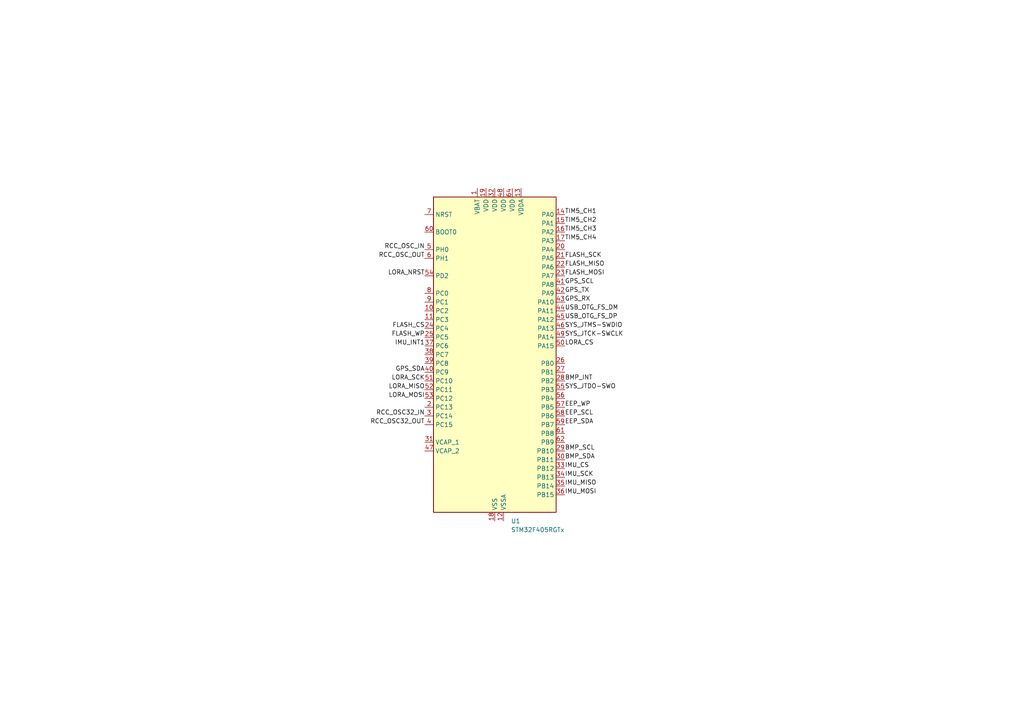
<source format=kicad_sch>
(kicad_sch (version 20250114) (generator "eeschema") (generator_version "9.0")
  (paper "A4")
  (lib_symbols
    (symbol "MCU_ST_STM32F4:STM32F405RGTx"
      (property "Reference" "U" (at -17.78 46.99 0))
      (property "Value" "STM32F405RGTx" (at 10.16 46.99 0))
      (symbol "STM32F405RGTx_0_1"
        (rectangle (start -17.78 -45.72) (end 17.78 45.72) (stroke (width 0.254)) (fill (type background)))
      )
      (symbol "STM32F405RGTx_1_1"
        (pin input line (at -20.32 40.64 0) (length 2.54) (name "NRST") (number "7"))
        (pin input line (at -20.32 35.56 0) (length 2.54) (name "BOOT0") (number "60"))
        (pin bidirectional line (at -20.32 30.48 0) (length 2.54) (name "PH0") (number "5"))
        (pin bidirectional line (at -20.32 27.94 0) (length 2.54) (name "PH1") (number "6"))
        (pin bidirectional line (at -20.32 22.86 0) (length 2.54) (name "PD2") (number "54"))
        (pin bidirectional line (at -20.32 17.78 0) (length 2.54) (name "PC0") (number "8"))
        (pin bidirectional line (at -20.32 15.24 0) (length 2.54) (name "PC1") (number "9"))
        (pin bidirectional line (at -20.32 12.7 0) (length 2.54) (name "PC2") (number "10"))
        (pin bidirectional line (at -20.32 10.16 0) (length 2.54) (name "PC3") (number "11"))
        (pin bidirectional line (at -20.32 7.62 0) (length 2.54) (name "PC4") (number "24"))
        (pin bidirectional line (at -20.32 5.08 0) (length 2.54) (name "PC5") (number "25"))
        (pin bidirectional line (at -20.32 2.54 0) (length 2.54) (name "PC6") (number "37"))
        (pin bidirectional line (at -20.32 0 0) (length 2.54) (name "PC7") (number "38"))
        (pin bidirectional line (at -20.32 -2.54 0) (length 2.54) (name "PC8") (number "39"))
        (pin bidirectional line (at -20.32 -5.08 0) (length 2.54) (name "PC9") (number "40"))
        (pin bidirectional line (at -20.32 -7.62 0) (length 2.54) (name "PC10") (number "51"))
        (pin bidirectional line (at -20.32 -10.16 0) (length 2.54) (name "PC11") (number "52"))
        (pin bidirectional line (at -20.32 -12.7 0) (length 2.54) (name "PC12") (number "53"))
        (pin bidirectional line (at -20.32 -15.24 0) (length 2.54) (name "PC13") (number "2"))
        (pin bidirectional line (at -20.32 -17.78 0) (length 2.54) (name "PC14") (number "3"))
        (pin bidirectional line (at -20.32 -20.32 0) (length 2.54) (name "PC15") (number "4"))
        (pin power_out line (at -20.32 -25.4 0) (length 2.54) (name "VCAP_1") (number "31"))
        (pin power_out line (at -20.32 -27.94 0) (length 2.54) (name "VCAP_2") (number "47"))
        (pin power_in line (at -5.08 48.26 270) (length 2.54) (name "VBAT") (number "1"))
        (pin power_in line (at -2.54 48.26 270) (length 2.54) (name "VDD") (number "19"))
        (pin power_in line (at 0 48.26 270) (length 2.54) (name "VDD") (number "32"))
        (pin power_in line (at 0 -48.26 90) (length 2.54) (name "VSS") (number "18"))
        (pin passive line (at 0 -48.26 90) (length 2.54) (hide yes) (name "VSS") (number "63"))
        (pin power_in line (at 2.54 48.26 270) (length 2.54) (name "VDD") (number "48"))
        (pin power_in line (at 2.54 -48.26 90) (length 2.54) (name "VSSA") (number "12"))
        (pin power_in line (at 5.08 48.26 270) (length 2.54) (name "VDD") (number "64"))
        (pin power_in line (at 7.62 48.26 270) (length 2.54) (name "VDDA") (number "13"))
        (pin bidirectional line (at 20.32 40.64 180) (length 2.54) (name "PA0") (number "14"))
        (pin bidirectional line (at 20.32 38.1 180) (length 2.54) (name "PA1") (number "15"))
        (pin bidirectional line (at 20.32 35.56 180) (length 2.54) (name "PA2") (number "16"))
        (pin bidirectional line (at 20.32 33.02 180) (length 2.54) (name "PA3") (number "17"))
        (pin bidirectional line (at 20.32 30.48 180) (length 2.54) (name "PA4") (number "20"))
        (pin bidirectional line (at 20.32 27.94 180) (length 2.54) (name "PA5") (number "21"))
        (pin bidirectional line (at 20.32 25.4 180) (length 2.54) (name "PA6") (number "22"))
        (pin bidirectional line (at 20.32 22.86 180) (length 2.54) (name "PA7") (number "23"))
        (pin bidirectional line (at 20.32 20.32 180) (length 2.54) (name "PA8") (number "41"))
        (pin bidirectional line (at 20.32 17.78 180) (length 2.54) (name "PA9") (number "42"))
        (pin bidirectional line (at 20.32 15.24 180) (length 2.54) (name "PA10") (number "43"))
        (pin bidirectional line (at 20.32 12.7 180) (length 2.54) (name "PA11") (number "44"))
        (pin bidirectional line (at 20.32 10.16 180) (length 2.54) (name "PA12") (number "45"))
        (pin bidirectional line (at 20.32 7.62 180) (length 2.54) (name "PA13") (number "46"))
        (pin bidirectional line (at 20.32 5.08 180) (length 2.54) (name "PA14") (number "49"))
        (pin bidirectional line (at 20.32 2.54 180) (length 2.54) (name "PA15") (number "50"))
        (pin bidirectional line (at 20.32 -2.54 180) (length 2.54) (name "PB0") (number "26"))
        (pin bidirectional line (at 20.32 -5.08 180) (length 2.54) (name "PB1") (number "27"))
        (pin bidirectional line (at 20.32 -7.62 180) (length 2.54) (name "PB2") (number "28"))
        (pin bidirectional line (at 20.32 -10.16 180) (length 2.54) (name "PB3") (number "55"))
        (pin bidirectional line (at 20.32 -12.7 180) (length 2.54) (name "PB4") (number "56"))
        (pin bidirectional line (at 20.32 -15.24 180) (length 2.54) (name "PB5") (number "57"))
        (pin bidirectional line (at 20.32 -17.78 180) (length 2.54) (name "PB6") (number "58"))
        (pin bidirectional line (at 20.32 -20.32 180) (length 2.54) (name "PB7") (number "59"))
        (pin bidirectional line (at 20.32 -22.86 180) (length 2.54) (name "PB8") (number "61"))
        (pin bidirectional line (at 20.32 -25.4 180) (length 2.54) (name "PB9") (number "62"))
        (pin bidirectional line (at 20.32 -27.94 180) (length 2.54) (name "PB10") (number "29"))
        (pin bidirectional line (at 20.32 -30.48 180) (length 2.54) (name "PB11") (number "30"))
        (pin bidirectional line (at 20.32 -33.02 180) (length 2.54) (name "PB12") (number "33"))
        (pin bidirectional line (at 20.32 -35.56 180) (length 2.54) (name "PB13") (number "34"))
        (pin bidirectional line (at 20.32 -38.1 180) (length 2.54) (name "PB14") (number "35"))
        (pin bidirectional line (at 20.32 -40.64 180) (length 2.54) (name "PB15") (number "36"))
      )
    )
  )
  (label "TIM5_CH1" (at 163.83 62.23 0))
  (label "EEP_SCL" (at 163.83 120.65 0))
  (label "TIM5_CH2" (at 163.83 64.77 0))
  (label "IMU_SCK" (at 163.83 138.43 0))
  (label "LORA_NRST" (at 123.19 80.01 180))
  (label "GPS_SDA" (at 123.19 107.95 180))
  (label "LORA_MOSI" (at 123.19 115.57 180))
  (label "USB_OTG_FS_DM" (at 163.83 90.17 0))
  (label "BMP_SDA" (at 163.83 133.35 0))
  (label "EEP_WP" (at 163.83 118.11 0))
  (label "GPS_TX" (at 163.83 85.09 0))
  (label "RCC_OSC_OUT" (at 123.19 74.93 180))
  (label "IMU_MOSI" (at 163.83 143.51 0))
  (label "IMU_CS" (at 163.83 135.89 0))
  (label "SYS_JTDO-SWO" (at 163.83 113.03 0))
  (label "TIM5_CH3" (at 163.83 67.31 0))
  (label "EEP_SDA" (at 163.83 123.19 0))
  (label "FLASH_CS" (at 123.19 95.25 180))
  (label "LORA_CS" (at 163.83 100.33 0))
  (label "GPS_SCL" (at 163.83 82.55 0))
  (label "RCC_OSC_IN" (at 123.19 72.39 180))
  (label "USB_OTG_FS_DP" (at 163.83 92.71 0))
  (label "FLASH_MOSI" (at 163.83 80.01 0))
  (label "SYS_JTCK-SWCLK" (at 163.83 97.79 0))
  (label "RCC_OSC32_OUT" (at 123.19 123.19 180))
  (label "FLASH_WP" (at 123.19 97.79 180))
  (label "SYS_JTMS-SWDIO" (at 163.83 95.25 0))
  (label "RCC_OSC32_IN" (at 123.19 120.65 180))
  (label "BMP_INT" (at 163.83 110.49 0))
  (label "GPS_RX" (at 163.83 87.63 0))
  (label "BMP_SCL" (at 163.83 130.81 0))
  (label "TIM5_CH4" (at 163.83 69.85 0))
  (label "IMU_MISO" (at 163.83 140.97 0))
  (label "FLASH_SCK" (at 163.83 74.93 0))
  (label "IMU_INT1" (at 123.19 100.33 180))
  (label "LORA_MISO" (at 123.19 113.03 180))
  (label "FLASH_MISO" (at 163.83 77.47 0))
  (label "LORA_SCK" (at 123.19 110.49 180))
  (symbol (lib_id "MCU_ST_STM32F4:STM32F405RGTx") (at 143.51 102.87 0) (unit 1)
    (property "Reference" "U1" (at 148.1933 151.13 0) (effects (justify left)))
    (property "Value" "STM32F405RGTx" (at 148.1933 153.67 0) (effects (justify left)))
    (property "Footprint" "Package_QFP:LQFP-64_10x10mm_P0.5mm" (effects (hide yes)))
    (property "Datasheet" "https://www.st.com/resource/en/datasheet/stm32f405rg.pdf" (effects (hide yes)))
    (property "Description" "STMicroelectronics Arm Cortex-M4 MCU, 1024KB flash, 192KB RAM, 168 MHz, 1.8-3.6V, 51 GPIO, LQFP64" (effects (hide yes)))
  )
)
</source>
